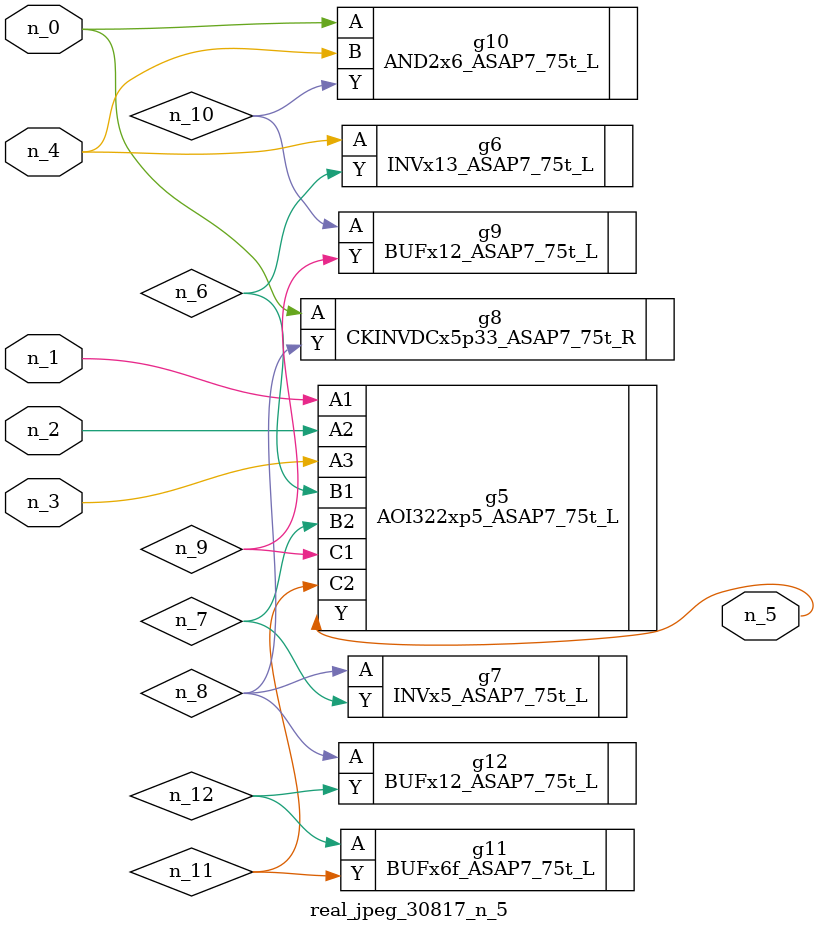
<source format=v>
module real_jpeg_30817_n_5 (n_4, n_0, n_1, n_2, n_3, n_5);

input n_4;
input n_0;
input n_1;
input n_2;
input n_3;

output n_5;

wire n_12;
wire n_8;
wire n_11;
wire n_6;
wire n_7;
wire n_10;
wire n_9;

CKINVDCx5p33_ASAP7_75t_R g8 ( 
.A(n_0),
.Y(n_8)
);

AND2x6_ASAP7_75t_L g10 ( 
.A(n_0),
.B(n_4),
.Y(n_10)
);

AOI322xp5_ASAP7_75t_L g5 ( 
.A1(n_1),
.A2(n_2),
.A3(n_3),
.B1(n_6),
.B2(n_7),
.C1(n_9),
.C2(n_11),
.Y(n_5)
);

INVx13_ASAP7_75t_L g6 ( 
.A(n_4),
.Y(n_6)
);

INVx5_ASAP7_75t_L g7 ( 
.A(n_8),
.Y(n_7)
);

BUFx12_ASAP7_75t_L g12 ( 
.A(n_8),
.Y(n_12)
);

BUFx12_ASAP7_75t_L g9 ( 
.A(n_10),
.Y(n_9)
);

BUFx6f_ASAP7_75t_L g11 ( 
.A(n_12),
.Y(n_11)
);


endmodule
</source>
